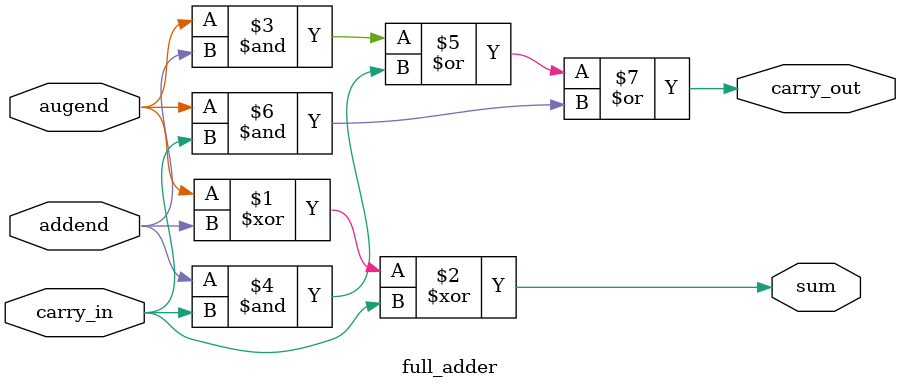
<source format=v>
module full_adder (input augend,
		   input addend,
		   input carry_in,
		   output wire sum,
		   output wire carry_out);
	   
	   assign sum = augend ^ addend ^ carry_in;
	   assign carry_out = (augend & addend) | (addend & carry_in) | (augend & carry_in);

endmodule

</source>
